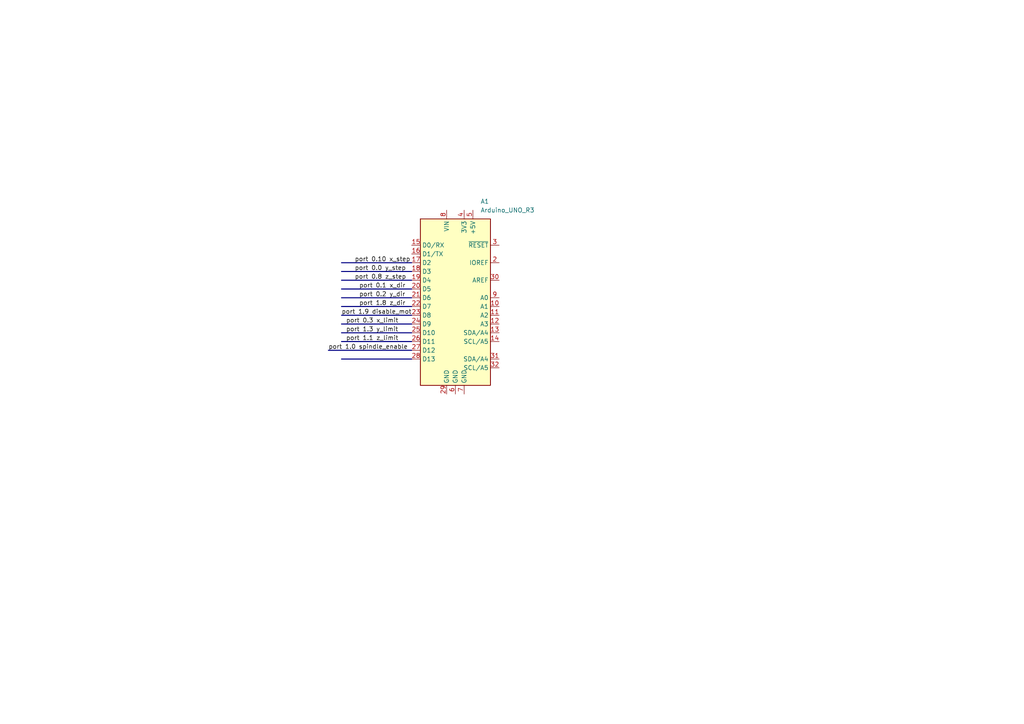
<source format=kicad_sch>
(kicad_sch (version 20231120) (generator "eeschema") (generator_version "8.0")
  (paper "A4")
  (lib_symbols
    (symbol "MCU_Module:Arduino_UNO_R3"
      (property "Reference" "A" (at -10.16 23.495 0))
      (property "Value" "Arduino_UNO_R3" (at 5.08 -26.67 0))
      (symbol "Arduino_UNO_R3_0_1"
        (rectangle (start -10.16 22.86) (end 10.16 -25.4) (stroke (width 0.254)) (fill (type background)))
      )
      (symbol "Arduino_UNO_R3_1_1"
        (pin no_connect line (at -10.16 -20.32 0) (length 2.54) hide (name "NC") (number "1"))
        (pin bidirectional line (at 12.7 -2.54 180) (length 2.54) (name "A1") (number "10"))
        (pin bidirectional line (at 12.7 -5.08 180) (length 2.54) (name "A2") (number "11"))
        (pin bidirectional line (at 12.7 -7.62 180) (length 2.54) (name "A3") (number "12"))
        (pin bidirectional line (at 12.7 -10.16 180) (length 2.54) (name "SDA/A4") (number "13"))
        (pin bidirectional line (at 12.7 -12.7 180) (length 2.54) (name "SCL/A5") (number "14"))
        (pin bidirectional line (at -12.7 15.24 0) (length 2.54) (name "D0/RX") (number "15"))
        (pin bidirectional line (at -12.7 12.7 0) (length 2.54) (name "D1/TX") (number "16"))
        (pin bidirectional line (at -12.7 10.16 0) (length 2.54) (name "D2") (number "17"))
        (pin bidirectional line (at -12.7 7.62 0) (length 2.54) (name "D3") (number "18"))
        (pin bidirectional line (at -12.7 5.08 0) (length 2.54) (name "D4") (number "19"))
        (pin output line (at 12.7 10.16 180) (length 2.54) (name "IOREF") (number "2"))
        (pin bidirectional line (at -12.7 2.54 0) (length 2.54) (name "D5") (number "20"))
        (pin bidirectional line (at -12.7 0 0) (length 2.54) (name "D6") (number "21"))
        (pin bidirectional line (at -12.7 -2.54 0) (length 2.54) (name "D7") (number "22"))
        (pin bidirectional line (at -12.7 -5.08 0) (length 2.54) (name "D8") (number "23"))
        (pin bidirectional line (at -12.7 -7.62 0) (length 2.54) (name "D9") (number "24"))
        (pin bidirectional line (at -12.7 -10.16 0) (length 2.54) (name "D10") (number "25"))
        (pin bidirectional line (at -12.7 -12.7 0) (length 2.54) (name "D11") (number "26"))
        (pin bidirectional line (at -12.7 -15.24 0) (length 2.54) (name "D12") (number "27"))
        (pin bidirectional line (at -12.7 -17.78 0) (length 2.54) (name "D13") (number "28"))
        (pin power_in line (at -2.54 -27.94 90) (length 2.54) (name "GND") (number "29"))
        (pin input line (at 12.7 15.24 180) (length 2.54) (name "~{RESET}") (number "3"))
        (pin input line (at 12.7 5.08 180) (length 2.54) (name "AREF") (number "30"))
        (pin bidirectional line (at 12.7 -17.78 180) (length 2.54) (name "SDA/A4") (number "31"))
        (pin bidirectional line (at 12.7 -20.32 180) (length 2.54) (name "SCL/A5") (number "32"))
        (pin power_out line (at 2.54 25.4 270) (length 2.54) (name "3V3") (number "4"))
        (pin power_out line (at 5.08 25.4 270) (length 2.54) (name "+5V") (number "5"))
        (pin power_in line (at 0 -27.94 90) (length 2.54) (name "GND") (number "6"))
        (pin power_in line (at 2.54 -27.94 90) (length 2.54) (name "GND") (number "7"))
        (pin power_in line (at -2.54 25.4 270) (length 2.54) (name "VIN") (number "8"))
        (pin bidirectional line (at 12.7 0 180) (length 2.54) (name "A0") (number "9"))
      )
    )
  )
  (bus (pts (xy 99.06 99.06) (xy 119.38 99.06)))
  (bus (pts (xy 99.06 78.74) (xy 119.38 78.74)))
  (bus (pts (xy 99.06 93.98) (xy 119.38 93.98)))
  (bus (pts (xy 99.06 88.9) (xy 119.38 88.9)))
  (bus (pts (xy 99.06 91.44) (xy 119.38 91.44)))
  (bus (pts (xy 99.06 86.36) (xy 119.38 86.36)))
  (bus (pts (xy 99.06 83.82) (xy 119.38 83.82)))
  (bus (pts (xy 95.25 101.6) (xy 119.38 101.6)))
  (bus (pts (xy 99.06 81.28) (xy 119.38 81.28)))
  (bus (pts (xy 99.06 96.52) (xy 119.38 96.52)))
  (bus (pts (xy 99.06 104.14) (xy 119.38 104.14)))
  (bus (pts (xy 99.06 76.2) (xy 119.38 76.2)))
  (label "port 0.8 z_step" (at 102.87 81.28 0))
  (label "port 1.8 z_dir" (at 104.14 88.9 0))
  (label "port 1.3 y_limit" (at 100.33 96.52 0))
  (label "port 0.3 x_limit" (at 100.33 93.98 0))
  (label "port 0.2 y_dir" (at 104.14 86.36 0))
  (label "port 1.0 spindle_enable" (at 95.25 101.6 0))
  (label "port 1.9 disable_mot" (at 99.06 91.44 0))
  (label "port 0.10 x_step" (at 102.87 76.2 0))
  (label "port 1.1 z_limit" (at 100.33 99.06 0))
  (label "port 0.1 x_dir" (at 104.14 83.82 0))
  (label "port 0.0 y_step" (at 102.87 78.74 0))
  (symbol (lib_id "MCU_Module:Arduino_UNO_R3") (at 132.08 86.36 0) (unit 1)
    (property "Reference" "A1" (at 139.3541 58.42 0) (effects (justify left)))
    (property "Value" "Arduino_UNO_R3" (at 139.3541 60.96 0) (effects (justify left)))
    (property "Footprint" "Module:Arduino_UNO_R3" (effects (hide yes)))
    (property "Datasheet" "https://www.arduino.cc/en/Main/arduinoBoardUno" (effects (hide yes)))
    (property "Description" "Arduino UNO Microcontroller Module, release 3" (effects (hide yes)))
  )
)
</source>
